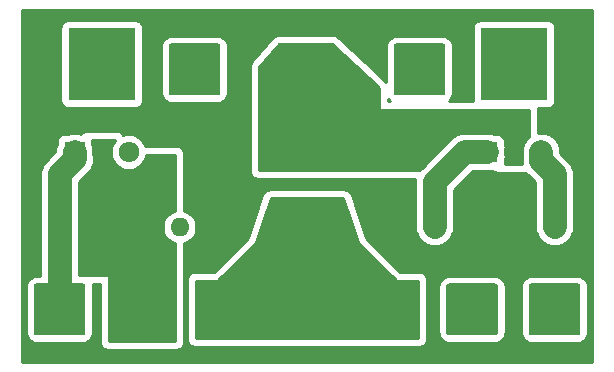
<source format=gbr>
%TF.GenerationSoftware,KiCad,Pcbnew,(5.1.6)-1*%
%TF.CreationDate,2020-08-02T10:54:23-04:00*%
%TF.ProjectId,Fogger_Power_CTRL,466f6767-6572-45f5-906f-7765725f4354,rev?*%
%TF.SameCoordinates,Original*%
%TF.FileFunction,Copper,L1,Top*%
%TF.FilePolarity,Positive*%
%FSLAX46Y46*%
G04 Gerber Fmt 4.6, Leading zero omitted, Abs format (unit mm)*
G04 Created by KiCad (PCBNEW (5.1.6)-1) date 2020-08-02 10:54:23*
%MOMM*%
%LPD*%
G01*
G04 APERTURE LIST*
%TA.AperFunction,ComponentPad*%
%ADD10R,3.200000X3.200000*%
%TD*%
%TA.AperFunction,ComponentPad*%
%ADD11O,3.200000X3.200000*%
%TD*%
%TA.AperFunction,ComponentPad*%
%ADD12O,1.717500X1.800000*%
%TD*%
%TA.AperFunction,ComponentPad*%
%ADD13R,1.717500X1.800000*%
%TD*%
%TA.AperFunction,SMDPad,CuDef*%
%ADD14R,5.700000X6.200000*%
%TD*%
%TA.AperFunction,ComponentPad*%
%ADD15O,1.600000X1.600000*%
%TD*%
%TA.AperFunction,ComponentPad*%
%ADD16C,1.600000*%
%TD*%
%TA.AperFunction,Conductor*%
%ADD17C,2.000000*%
%TD*%
%TA.AperFunction,Conductor*%
%ADD18C,0.254000*%
%TD*%
%TA.AperFunction,NonConductor*%
%ADD19C,0.254000*%
%TD*%
G04 APERTURE END LIST*
D10*
%TO.P,D1,1*%
%TO.N,+BATT*%
X126365000Y-100330000D03*
D11*
%TO.P,D1,2*%
%TO.N,Net-(D1-Pad2)*%
X126365000Y-87630000D03*
%TD*%
%TO.P,J1,1*%
%TO.N,+BATT*%
%TA.AperFunction,ComponentPad*%
G36*
G01*
X124165000Y-109900001D02*
X124165000Y-105999999D01*
G75*
G02*
X124414999Y-105750000I249999J0D01*
G01*
X128315001Y-105750000D01*
G75*
G02*
X128565000Y-105999999I0J-249999D01*
G01*
X128565000Y-109900001D01*
G75*
G02*
X128315001Y-110150000I-249999J0D01*
G01*
X124414999Y-110150000D01*
G75*
G02*
X124165000Y-109900001I0J249999D01*
G01*
G37*
%TD.AperFunction*%
%TD*%
%TO.P,J2,1*%
%TO.N,GNDREF*%
%TA.AperFunction,ComponentPad*%
G36*
G01*
X133690000Y-89580001D02*
X133690000Y-85679999D01*
G75*
G02*
X133939999Y-85430000I249999J0D01*
G01*
X137840001Y-85430000D01*
G75*
G02*
X138090000Y-85679999I0J-249999D01*
G01*
X138090000Y-89580001D01*
G75*
G02*
X137840001Y-89830000I-249999J0D01*
G01*
X133939999Y-89830000D01*
G75*
G02*
X133690000Y-89580001I0J249999D01*
G01*
G37*
%TD.AperFunction*%
%TD*%
%TO.P,J3,1*%
%TO.N,GNDREF*%
%TA.AperFunction,ComponentPad*%
G36*
G01*
X114640000Y-89580001D02*
X114640000Y-85679999D01*
G75*
G02*
X114889999Y-85430000I249999J0D01*
G01*
X118790001Y-85430000D01*
G75*
G02*
X119040000Y-85679999I0J-249999D01*
G01*
X119040000Y-89580001D01*
G75*
G02*
X118790001Y-89830000I-249999J0D01*
G01*
X114889999Y-89830000D01*
G75*
G02*
X114640000Y-89580001I0J249999D01*
G01*
G37*
%TD.AperFunction*%
%TD*%
%TO.P,J4,1*%
%TO.N,Net-(J4-Pad1)*%
%TA.AperFunction,ComponentPad*%
G36*
G01*
X103210000Y-109900001D02*
X103210000Y-105999999D01*
G75*
G02*
X103459999Y-105750000I249999J0D01*
G01*
X107360001Y-105750000D01*
G75*
G02*
X107610000Y-105999999I0J-249999D01*
G01*
X107610000Y-109900001D01*
G75*
G02*
X107360001Y-110150000I-249999J0D01*
G01*
X103459999Y-110150000D01*
G75*
G02*
X103210000Y-109900001I0J249999D01*
G01*
G37*
%TD.AperFunction*%
%TD*%
%TO.P,J5,1*%
%TO.N,+BATT*%
%TA.AperFunction,ComponentPad*%
G36*
G01*
X117180000Y-109900001D02*
X117180000Y-105999999D01*
G75*
G02*
X117429999Y-105750000I249999J0D01*
G01*
X121330001Y-105750000D01*
G75*
G02*
X121580000Y-105999999I0J-249999D01*
G01*
X121580000Y-109900001D01*
G75*
G02*
X121330001Y-110150000I-249999J0D01*
G01*
X117429999Y-110150000D01*
G75*
G02*
X117180000Y-109900001I0J249999D01*
G01*
G37*
%TD.AperFunction*%
%TD*%
%TO.P,J6,1*%
%TO.N,Net-(J6-Pad1)*%
%TA.AperFunction,ComponentPad*%
G36*
G01*
X110195000Y-109900001D02*
X110195000Y-105999999D01*
G75*
G02*
X110444999Y-105750000I249999J0D01*
G01*
X114345001Y-105750000D01*
G75*
G02*
X114595000Y-105999999I0J-249999D01*
G01*
X114595000Y-109900001D01*
G75*
G02*
X114345001Y-110150000I-249999J0D01*
G01*
X110444999Y-110150000D01*
G75*
G02*
X110195000Y-109900001I0J249999D01*
G01*
G37*
%TD.AperFunction*%
%TD*%
%TO.P,J7,1*%
%TO.N,Net-(J7-Pad1)*%
%TA.AperFunction,ComponentPad*%
G36*
G01*
X145120000Y-109900001D02*
X145120000Y-105999999D01*
G75*
G02*
X145369999Y-105750000I249999J0D01*
G01*
X149270001Y-105750000D01*
G75*
G02*
X149520000Y-105999999I0J-249999D01*
G01*
X149520000Y-109900001D01*
G75*
G02*
X149270001Y-110150000I-249999J0D01*
G01*
X145369999Y-110150000D01*
G75*
G02*
X145120000Y-109900001I0J249999D01*
G01*
G37*
%TD.AperFunction*%
%TD*%
%TO.P,J8,1*%
%TO.N,+BATT*%
%TA.AperFunction,ComponentPad*%
G36*
G01*
X131150000Y-109900001D02*
X131150000Y-105999999D01*
G75*
G02*
X131399999Y-105750000I249999J0D01*
G01*
X135300001Y-105750000D01*
G75*
G02*
X135550000Y-105999999I0J-249999D01*
G01*
X135550000Y-109900001D01*
G75*
G02*
X135300001Y-110150000I-249999J0D01*
G01*
X131399999Y-110150000D01*
G75*
G02*
X131150000Y-109900001I0J249999D01*
G01*
G37*
%TD.AperFunction*%
%TD*%
%TO.P,J9,1*%
%TO.N,Net-(D1-Pad2)*%
%TA.AperFunction,ComponentPad*%
G36*
G01*
X138135000Y-109900001D02*
X138135000Y-105999999D01*
G75*
G02*
X138384999Y-105750000I249999J0D01*
G01*
X142285001Y-105750000D01*
G75*
G02*
X142535000Y-105999999I0J-249999D01*
G01*
X142535000Y-109900001D01*
G75*
G02*
X142285001Y-110150000I-249999J0D01*
G01*
X138384999Y-110150000D01*
G75*
G02*
X138135000Y-109900001I0J249999D01*
G01*
G37*
%TD.AperFunction*%
%TD*%
D12*
%TO.P,Q1,3*%
%TO.N,GNDREF*%
X111260000Y-94615000D03*
%TO.P,Q1,2*%
%TO.N,Net-(J6-Pad1)*%
X108970000Y-94615000D03*
D13*
%TO.P,Q1,1*%
%TO.N,Net-(J4-Pad1)*%
X106680000Y-94615000D03*
D14*
%TO.P,Q1,4*%
%TO.N,N/C*%
X108970000Y-87181667D03*
%TD*%
%TO.P,Q2,4*%
%TO.N,N/C*%
X143895000Y-87181667D03*
D13*
%TO.P,Q2,1*%
%TO.N,Net-(J7-Pad1)*%
X141605000Y-94615000D03*
D12*
%TO.P,Q2,2*%
%TO.N,Net-(D1-Pad2)*%
X143895000Y-94615000D03*
%TO.P,Q2,3*%
%TO.N,GNDREF*%
X146185000Y-94615000D03*
%TD*%
D15*
%TO.P,R1,2*%
%TO.N,GNDREF*%
X115570000Y-100965000D03*
D16*
%TO.P,R1,1*%
%TO.N,Net-(J4-Pad1)*%
X105410000Y-100965000D03*
%TD*%
%TO.P,R2,1*%
%TO.N,Net-(J7-Pad1)*%
X137160000Y-100965000D03*
D15*
%TO.P,R2,2*%
%TO.N,GNDREF*%
X147320000Y-100965000D03*
%TD*%
D17*
%TO.N,GNDREF*%
X146185000Y-94615000D02*
X146185000Y-95385000D01*
X147320000Y-96520000D02*
X147320000Y-100965000D01*
X146185000Y-95385000D02*
X147320000Y-96520000D01*
%TO.N,Net-(J4-Pad1)*%
X105410000Y-100965000D02*
X105410000Y-107950000D01*
X106680000Y-94615000D02*
X106680000Y-95250000D01*
X105410000Y-96520000D02*
X105410000Y-100965000D01*
X106680000Y-95250000D02*
X105410000Y-96520000D01*
%TO.N,Net-(J7-Pad1)*%
X141605000Y-94615000D02*
X139700000Y-94615000D01*
X137160000Y-97155000D02*
X137160000Y-100965000D01*
X139700000Y-94615000D02*
X137160000Y-97155000D01*
%TD*%
D18*
%TO.N,+BATT*%
G36*
X130689517Y-102275161D02*
G01*
X130699667Y-102297894D01*
X130720197Y-102324803D01*
X133895197Y-105499803D01*
X133914443Y-105515597D01*
X133936399Y-105527333D01*
X133960224Y-105534560D01*
X133985000Y-105537000D01*
X135763000Y-105537000D01*
X135763000Y-110363000D01*
X116967000Y-110363000D01*
X116967000Y-105537000D01*
X118745000Y-105537000D01*
X118769776Y-105534560D01*
X118793601Y-105527333D01*
X118815557Y-105515597D01*
X118834803Y-105499803D01*
X122009803Y-102324803D01*
X122025597Y-102305557D01*
X122040483Y-102275161D01*
X123281537Y-98552000D01*
X129448463Y-98552000D01*
X130689517Y-102275161D01*
G37*
X130689517Y-102275161D02*
X130699667Y-102297894D01*
X130720197Y-102324803D01*
X133895197Y-105499803D01*
X133914443Y-105515597D01*
X133936399Y-105527333D01*
X133960224Y-105534560D01*
X133985000Y-105537000D01*
X135763000Y-105537000D01*
X135763000Y-110363000D01*
X116967000Y-110363000D01*
X116967000Y-105537000D01*
X118745000Y-105537000D01*
X118769776Y-105534560D01*
X118793601Y-105527333D01*
X118815557Y-105515597D01*
X118834803Y-105499803D01*
X122009803Y-102324803D01*
X122025597Y-102305557D01*
X122040483Y-102275161D01*
X123281537Y-98552000D01*
X129448463Y-98552000D01*
X130689517Y-102275161D01*
%TO.N,Net-(D1-Pad2)*%
G36*
X131737986Y-88483592D02*
G01*
X132461000Y-89206606D01*
X132461000Y-90932000D01*
X132463440Y-90956776D01*
X132470667Y-90980601D01*
X132482403Y-91002557D01*
X132498197Y-91021803D01*
X132517443Y-91037597D01*
X132539399Y-91049333D01*
X132563224Y-91056560D01*
X132588000Y-91059000D01*
X145161000Y-91059000D01*
X145161000Y-93340268D01*
X145023286Y-93453286D01*
X144818969Y-93702249D01*
X144667148Y-93986286D01*
X144573657Y-94294485D01*
X144550000Y-94534679D01*
X144550000Y-95304681D01*
X144542089Y-95385000D01*
X144550000Y-95465319D01*
X144550000Y-95465322D01*
X144566318Y-95631000D01*
X143090397Y-95631000D01*
X143101822Y-95515000D01*
X143101822Y-95283059D01*
X143122852Y-95243715D01*
X143216343Y-94935516D01*
X143247911Y-94615000D01*
X143216343Y-94294484D01*
X143122852Y-93986285D01*
X143101822Y-93946941D01*
X143101822Y-93715000D01*
X143089562Y-93590518D01*
X143053252Y-93470820D01*
X142994287Y-93360506D01*
X142914935Y-93263815D01*
X142818244Y-93184463D01*
X142707930Y-93125498D01*
X142588232Y-93089188D01*
X142463750Y-93076928D01*
X142167058Y-93076928D01*
X141925516Y-93003657D01*
X141685322Y-92980000D01*
X139780319Y-92980000D01*
X139699999Y-92972089D01*
X139619680Y-92980000D01*
X139619678Y-92980000D01*
X139379484Y-93003657D01*
X139071285Y-93097148D01*
X138787248Y-93248969D01*
X138538286Y-93453286D01*
X138487080Y-93515681D01*
X136060687Y-95942075D01*
X135998286Y-95993286D01*
X135878703Y-96139000D01*
X122301000Y-96139000D01*
X122301000Y-87423718D01*
X124009628Y-85471000D01*
X128474345Y-85471000D01*
X131737986Y-88483592D01*
G37*
X131737986Y-88483592D02*
X132461000Y-89206606D01*
X132461000Y-90932000D01*
X132463440Y-90956776D01*
X132470667Y-90980601D01*
X132482403Y-91002557D01*
X132498197Y-91021803D01*
X132517443Y-91037597D01*
X132539399Y-91049333D01*
X132563224Y-91056560D01*
X132588000Y-91059000D01*
X145161000Y-91059000D01*
X145161000Y-93340268D01*
X145023286Y-93453286D01*
X144818969Y-93702249D01*
X144667148Y-93986286D01*
X144573657Y-94294485D01*
X144550000Y-94534679D01*
X144550000Y-95304681D01*
X144542089Y-95385000D01*
X144550000Y-95465319D01*
X144550000Y-95465322D01*
X144566318Y-95631000D01*
X143090397Y-95631000D01*
X143101822Y-95515000D01*
X143101822Y-95283059D01*
X143122852Y-95243715D01*
X143216343Y-94935516D01*
X143247911Y-94615000D01*
X143216343Y-94294484D01*
X143122852Y-93986285D01*
X143101822Y-93946941D01*
X143101822Y-93715000D01*
X143089562Y-93590518D01*
X143053252Y-93470820D01*
X142994287Y-93360506D01*
X142914935Y-93263815D01*
X142818244Y-93184463D01*
X142707930Y-93125498D01*
X142588232Y-93089188D01*
X142463750Y-93076928D01*
X142167058Y-93076928D01*
X141925516Y-93003657D01*
X141685322Y-92980000D01*
X139780319Y-92980000D01*
X139699999Y-92972089D01*
X139619680Y-92980000D01*
X139619678Y-92980000D01*
X139379484Y-93003657D01*
X139071285Y-93097148D01*
X138787248Y-93248969D01*
X138538286Y-93453286D01*
X138487080Y-93515681D01*
X136060687Y-95942075D01*
X135998286Y-95993286D01*
X135878703Y-96139000D01*
X122301000Y-96139000D01*
X122301000Y-87423718D01*
X124009628Y-85471000D01*
X128474345Y-85471000D01*
X131737986Y-88483592D01*
%TO.N,Net-(J6-Pad1)*%
G36*
X110011983Y-93739853D02*
G01*
X109873278Y-93999352D01*
X109787864Y-94280925D01*
X109766250Y-94500374D01*
X109766250Y-94729627D01*
X109787864Y-94949076D01*
X109873278Y-95230649D01*
X110011983Y-95490148D01*
X110198649Y-95717601D01*
X110426103Y-95904267D01*
X110685602Y-96042972D01*
X110967175Y-96128386D01*
X111260000Y-96157227D01*
X111552826Y-96128386D01*
X111834399Y-96042972D01*
X112093898Y-95904267D01*
X112321351Y-95717601D01*
X112508017Y-95490147D01*
X112646722Y-95230648D01*
X112732136Y-94949075D01*
X112740023Y-94869000D01*
X115189000Y-94869000D01*
X115189000Y-99577673D01*
X115151426Y-99585147D01*
X114890273Y-99693320D01*
X114655241Y-99850363D01*
X114455363Y-100050241D01*
X114298320Y-100285273D01*
X114190147Y-100546426D01*
X114135000Y-100823665D01*
X114135000Y-101106335D01*
X114190147Y-101383574D01*
X114298320Y-101644727D01*
X114455363Y-101879759D01*
X114655241Y-102079637D01*
X114890273Y-102236680D01*
X115151426Y-102344853D01*
X115189000Y-102352327D01*
X115189000Y-110617000D01*
X109601000Y-110617000D01*
X109601000Y-105156000D01*
X109598560Y-105131224D01*
X109591333Y-105107399D01*
X109579597Y-105085443D01*
X109563803Y-105066197D01*
X109544557Y-105050403D01*
X109522601Y-105038667D01*
X109498776Y-105031440D01*
X109474000Y-105029000D01*
X107045000Y-105029000D01*
X107045000Y-97197238D01*
X107779318Y-96462921D01*
X107841714Y-96411714D01*
X108046031Y-96162752D01*
X108197852Y-95878715D01*
X108291343Y-95570515D01*
X108315000Y-95330321D01*
X108315000Y-95330320D01*
X108322911Y-95250001D01*
X108315000Y-95169681D01*
X108315000Y-94534678D01*
X108291343Y-94294484D01*
X108197852Y-93986285D01*
X108176822Y-93946941D01*
X108176822Y-93715000D01*
X108165397Y-93599000D01*
X110127578Y-93599000D01*
X110011983Y-93739853D01*
G37*
X110011983Y-93739853D02*
X109873278Y-93999352D01*
X109787864Y-94280925D01*
X109766250Y-94500374D01*
X109766250Y-94729627D01*
X109787864Y-94949076D01*
X109873278Y-95230649D01*
X110011983Y-95490148D01*
X110198649Y-95717601D01*
X110426103Y-95904267D01*
X110685602Y-96042972D01*
X110967175Y-96128386D01*
X111260000Y-96157227D01*
X111552826Y-96128386D01*
X111834399Y-96042972D01*
X112093898Y-95904267D01*
X112321351Y-95717601D01*
X112508017Y-95490147D01*
X112646722Y-95230648D01*
X112732136Y-94949075D01*
X112740023Y-94869000D01*
X115189000Y-94869000D01*
X115189000Y-99577673D01*
X115151426Y-99585147D01*
X114890273Y-99693320D01*
X114655241Y-99850363D01*
X114455363Y-100050241D01*
X114298320Y-100285273D01*
X114190147Y-100546426D01*
X114135000Y-100823665D01*
X114135000Y-101106335D01*
X114190147Y-101383574D01*
X114298320Y-101644727D01*
X114455363Y-101879759D01*
X114655241Y-102079637D01*
X114890273Y-102236680D01*
X115151426Y-102344853D01*
X115189000Y-102352327D01*
X115189000Y-110617000D01*
X109601000Y-110617000D01*
X109601000Y-105156000D01*
X109598560Y-105131224D01*
X109591333Y-105107399D01*
X109579597Y-105085443D01*
X109563803Y-105066197D01*
X109544557Y-105050403D01*
X109522601Y-105038667D01*
X109498776Y-105031440D01*
X109474000Y-105029000D01*
X107045000Y-105029000D01*
X107045000Y-97197238D01*
X107779318Y-96462921D01*
X107841714Y-96411714D01*
X108046031Y-96162752D01*
X108197852Y-95878715D01*
X108291343Y-95570515D01*
X108315000Y-95330321D01*
X108315000Y-95330320D01*
X108322911Y-95250001D01*
X108315000Y-95169681D01*
X108315000Y-94534678D01*
X108291343Y-94294484D01*
X108197852Y-93986285D01*
X108176822Y-93946941D01*
X108176822Y-93715000D01*
X108165397Y-93599000D01*
X110127578Y-93599000D01*
X110011983Y-93739853D01*
D19*
G36*
X150470001Y-112370000D02*
G01*
X102260000Y-112370000D01*
X102260000Y-105999999D01*
X102571928Y-105999999D01*
X102571928Y-109900001D01*
X102588992Y-110073255D01*
X102639528Y-110239851D01*
X102721595Y-110393387D01*
X102832038Y-110527962D01*
X102966613Y-110638405D01*
X103120149Y-110720472D01*
X103286745Y-110771008D01*
X103459999Y-110788072D01*
X107360001Y-110788072D01*
X107533255Y-110771008D01*
X107699851Y-110720472D01*
X107853387Y-110638405D01*
X107987962Y-110527962D01*
X108098405Y-110393387D01*
X108180472Y-110239851D01*
X108231008Y-110073255D01*
X108248072Y-109900001D01*
X108248072Y-105999999D01*
X108231008Y-105826745D01*
X108220165Y-105791000D01*
X108839000Y-105791000D01*
X108839000Y-110744000D01*
X108851201Y-110867882D01*
X108887336Y-110987004D01*
X108946017Y-111096787D01*
X109024987Y-111193013D01*
X109121213Y-111271983D01*
X109230996Y-111330664D01*
X109350118Y-111366799D01*
X109474000Y-111379000D01*
X115316000Y-111379000D01*
X115439882Y-111366799D01*
X115559004Y-111330664D01*
X115668787Y-111271983D01*
X115765013Y-111193013D01*
X115843983Y-111096787D01*
X115902664Y-110987004D01*
X115938799Y-110867882D01*
X115951000Y-110744000D01*
X115951000Y-105410000D01*
X116205000Y-105410000D01*
X116205000Y-110490000D01*
X116217201Y-110613882D01*
X116253336Y-110733004D01*
X116312017Y-110842787D01*
X116390987Y-110939013D01*
X116487213Y-111017983D01*
X116596996Y-111076664D01*
X116716118Y-111112799D01*
X116840000Y-111125000D01*
X135890000Y-111125000D01*
X136013882Y-111112799D01*
X136133004Y-111076664D01*
X136242787Y-111017983D01*
X136339013Y-110939013D01*
X136417983Y-110842787D01*
X136476664Y-110733004D01*
X136512799Y-110613882D01*
X136525000Y-110490000D01*
X136525000Y-105999999D01*
X137496928Y-105999999D01*
X137496928Y-109900001D01*
X137513992Y-110073255D01*
X137564528Y-110239851D01*
X137646595Y-110393387D01*
X137757038Y-110527962D01*
X137891613Y-110638405D01*
X138045149Y-110720472D01*
X138211745Y-110771008D01*
X138384999Y-110788072D01*
X142285001Y-110788072D01*
X142458255Y-110771008D01*
X142624851Y-110720472D01*
X142778387Y-110638405D01*
X142912962Y-110527962D01*
X143023405Y-110393387D01*
X143105472Y-110239851D01*
X143156008Y-110073255D01*
X143173072Y-109900001D01*
X143173072Y-105999999D01*
X144481928Y-105999999D01*
X144481928Y-109900001D01*
X144498992Y-110073255D01*
X144549528Y-110239851D01*
X144631595Y-110393387D01*
X144742038Y-110527962D01*
X144876613Y-110638405D01*
X145030149Y-110720472D01*
X145196745Y-110771008D01*
X145369999Y-110788072D01*
X149270001Y-110788072D01*
X149443255Y-110771008D01*
X149609851Y-110720472D01*
X149763387Y-110638405D01*
X149897962Y-110527962D01*
X150008405Y-110393387D01*
X150090472Y-110239851D01*
X150141008Y-110073255D01*
X150158072Y-109900001D01*
X150158072Y-105999999D01*
X150141008Y-105826745D01*
X150090472Y-105660149D01*
X150008405Y-105506613D01*
X149897962Y-105372038D01*
X149763387Y-105261595D01*
X149609851Y-105179528D01*
X149443255Y-105128992D01*
X149270001Y-105111928D01*
X145369999Y-105111928D01*
X145196745Y-105128992D01*
X145030149Y-105179528D01*
X144876613Y-105261595D01*
X144742038Y-105372038D01*
X144631595Y-105506613D01*
X144549528Y-105660149D01*
X144498992Y-105826745D01*
X144481928Y-105999999D01*
X143173072Y-105999999D01*
X143156008Y-105826745D01*
X143105472Y-105660149D01*
X143023405Y-105506613D01*
X142912962Y-105372038D01*
X142778387Y-105261595D01*
X142624851Y-105179528D01*
X142458255Y-105128992D01*
X142285001Y-105111928D01*
X138384999Y-105111928D01*
X138211745Y-105128992D01*
X138045149Y-105179528D01*
X137891613Y-105261595D01*
X137757038Y-105372038D01*
X137646595Y-105506613D01*
X137564528Y-105660149D01*
X137513992Y-105826745D01*
X137496928Y-105999999D01*
X136525000Y-105999999D01*
X136525000Y-105410000D01*
X136512799Y-105286118D01*
X136476664Y-105166996D01*
X136417983Y-105057213D01*
X136339013Y-104960987D01*
X136242787Y-104882017D01*
X136133004Y-104823336D01*
X136013882Y-104787201D01*
X135890000Y-104775000D01*
X134248026Y-104775000D01*
X131365011Y-101891985D01*
X130142414Y-98224195D01*
X130067983Y-98072213D01*
X129989013Y-97975987D01*
X129892787Y-97897017D01*
X129783004Y-97838336D01*
X129663882Y-97802201D01*
X129540000Y-97790000D01*
X123190000Y-97790000D01*
X123022280Y-97812550D01*
X122906019Y-97857039D01*
X122800672Y-97923354D01*
X122710287Y-98008947D01*
X122638336Y-98110529D01*
X122587586Y-98224195D01*
X121364989Y-101891985D01*
X118481974Y-104775000D01*
X116840000Y-104775000D01*
X116716118Y-104787201D01*
X116596996Y-104823336D01*
X116487213Y-104882017D01*
X116390987Y-104960987D01*
X116312017Y-105057213D01*
X116253336Y-105166996D01*
X116217201Y-105286118D01*
X116205000Y-105410000D01*
X115951000Y-105410000D01*
X115951000Y-102352327D01*
X115988574Y-102344853D01*
X116249727Y-102236680D01*
X116484759Y-102079637D01*
X116684637Y-101879759D01*
X116841680Y-101644727D01*
X116949853Y-101383574D01*
X117005000Y-101106335D01*
X117005000Y-100823665D01*
X116949853Y-100546426D01*
X116841680Y-100285273D01*
X116684637Y-100050241D01*
X116484759Y-99850363D01*
X116249727Y-99693320D01*
X115988574Y-99585147D01*
X115951000Y-99577673D01*
X115951000Y-94742000D01*
X115938799Y-94618118D01*
X115902664Y-94498996D01*
X115843983Y-94389213D01*
X115765013Y-94292987D01*
X115668787Y-94214017D01*
X115559004Y-94155336D01*
X115439882Y-94119201D01*
X115316000Y-94107000D01*
X112679377Y-94107000D01*
X112646722Y-93999351D01*
X112508017Y-93739852D01*
X112321351Y-93512399D01*
X112093897Y-93325733D01*
X111834398Y-93187028D01*
X111552825Y-93101614D01*
X111260000Y-93072773D01*
X110967174Y-93101614D01*
X110794735Y-93153923D01*
X110731852Y-93075319D01*
X110685013Y-93022987D01*
X110588787Y-92944017D01*
X110479004Y-92885336D01*
X110359882Y-92849201D01*
X110236000Y-92837000D01*
X107696000Y-92837000D01*
X107596939Y-92844774D01*
X107476477Y-92876152D01*
X107364451Y-92930428D01*
X107265166Y-93005516D01*
X107210237Y-93067275D01*
X107000515Y-93003657D01*
X106680000Y-92972089D01*
X106359484Y-93003657D01*
X106117942Y-93076928D01*
X105821250Y-93076928D01*
X105696768Y-93089188D01*
X105577070Y-93125498D01*
X105466756Y-93184463D01*
X105370065Y-93263815D01*
X105290713Y-93360506D01*
X105231748Y-93470820D01*
X105195438Y-93590518D01*
X105183178Y-93715000D01*
X105183178Y-93946942D01*
X105162148Y-93986286D01*
X105068657Y-94294485D01*
X105045000Y-94534679D01*
X105045000Y-94572761D01*
X104310686Y-95307076D01*
X104248286Y-95358286D01*
X104043969Y-95607249D01*
X103892148Y-95891286D01*
X103798657Y-96199485D01*
X103775000Y-96439678D01*
X103767089Y-96520000D01*
X103775000Y-96600320D01*
X103775001Y-100884669D01*
X103775000Y-100884679D01*
X103775001Y-105111928D01*
X103459999Y-105111928D01*
X103286745Y-105128992D01*
X103120149Y-105179528D01*
X102966613Y-105261595D01*
X102832038Y-105372038D01*
X102721595Y-105506613D01*
X102639528Y-105660149D01*
X102588992Y-105826745D01*
X102571928Y-105999999D01*
X102260000Y-105999999D01*
X102260000Y-84081667D01*
X105481928Y-84081667D01*
X105481928Y-90281667D01*
X105494188Y-90406149D01*
X105530498Y-90525847D01*
X105589463Y-90636161D01*
X105668815Y-90732852D01*
X105765506Y-90812204D01*
X105875820Y-90871169D01*
X105995518Y-90907479D01*
X106120000Y-90919739D01*
X111820000Y-90919739D01*
X111944482Y-90907479D01*
X112064180Y-90871169D01*
X112174494Y-90812204D01*
X112271185Y-90732852D01*
X112350537Y-90636161D01*
X112409502Y-90525847D01*
X112445812Y-90406149D01*
X112458072Y-90281667D01*
X112458072Y-85679999D01*
X114001928Y-85679999D01*
X114001928Y-89580001D01*
X114018992Y-89753255D01*
X114069528Y-89919851D01*
X114151595Y-90073387D01*
X114262038Y-90207962D01*
X114396613Y-90318405D01*
X114550149Y-90400472D01*
X114716745Y-90451008D01*
X114889999Y-90468072D01*
X118790001Y-90468072D01*
X118963255Y-90451008D01*
X119129851Y-90400472D01*
X119283387Y-90318405D01*
X119417962Y-90207962D01*
X119528405Y-90073387D01*
X119610472Y-89919851D01*
X119661008Y-89753255D01*
X119678072Y-89580001D01*
X119678072Y-87376000D01*
X121539000Y-87376000D01*
X121539000Y-96266000D01*
X121551201Y-96389882D01*
X121587336Y-96509004D01*
X121646017Y-96618787D01*
X121724987Y-96715013D01*
X121821213Y-96793983D01*
X121930996Y-96852664D01*
X122050118Y-96888799D01*
X122174000Y-96901000D01*
X135542106Y-96901000D01*
X135525000Y-97074678D01*
X135517089Y-97155000D01*
X135525000Y-97235320D01*
X135525001Y-101045322D01*
X135548658Y-101285516D01*
X135642149Y-101593715D01*
X135793970Y-101877752D01*
X135998287Y-102126714D01*
X136247249Y-102331031D01*
X136531286Y-102482852D01*
X136839485Y-102576343D01*
X137160000Y-102607911D01*
X137480516Y-102576343D01*
X137788715Y-102482852D01*
X138072752Y-102331031D01*
X138321714Y-102126714D01*
X138526031Y-101877752D01*
X138677852Y-101593715D01*
X138771343Y-101285516D01*
X138795000Y-101045322D01*
X138795000Y-97832238D01*
X140377239Y-96250000D01*
X141685322Y-96250000D01*
X141925516Y-96226343D01*
X142033875Y-96193473D01*
X142044987Y-96207013D01*
X142141213Y-96285983D01*
X142250996Y-96344664D01*
X142370118Y-96380799D01*
X142494000Y-96393000D01*
X144897137Y-96393000D01*
X145023287Y-96546714D01*
X145085682Y-96597920D01*
X145685000Y-97197239D01*
X145685001Y-101045322D01*
X145708658Y-101285516D01*
X145802149Y-101593715D01*
X145953970Y-101877752D01*
X146158287Y-102126714D01*
X146407249Y-102331031D01*
X146691286Y-102482852D01*
X146999485Y-102576343D01*
X147320000Y-102607911D01*
X147640516Y-102576343D01*
X147948715Y-102482852D01*
X148232752Y-102331031D01*
X148481714Y-102126714D01*
X148686031Y-101877752D01*
X148837852Y-101593715D01*
X148931343Y-101285516D01*
X148955000Y-101045322D01*
X148955000Y-96600319D01*
X148962911Y-96519999D01*
X148952246Y-96411714D01*
X148931343Y-96199484D01*
X148837852Y-95891285D01*
X148686031Y-95607248D01*
X148481714Y-95358286D01*
X148419319Y-95307080D01*
X147820000Y-94707762D01*
X147820000Y-94534678D01*
X147796343Y-94294484D01*
X147702852Y-93986285D01*
X147551031Y-93702248D01*
X147346714Y-93453286D01*
X147097751Y-93248969D01*
X146813714Y-93097148D01*
X146505515Y-93003657D01*
X146185000Y-92972089D01*
X145923000Y-92997894D01*
X145923000Y-90932000D01*
X145921792Y-90919739D01*
X146745000Y-90919739D01*
X146869482Y-90907479D01*
X146989180Y-90871169D01*
X147099494Y-90812204D01*
X147196185Y-90732852D01*
X147275537Y-90636161D01*
X147334502Y-90525847D01*
X147370812Y-90406149D01*
X147383072Y-90281667D01*
X147383072Y-84081667D01*
X147370812Y-83957185D01*
X147334502Y-83837487D01*
X147275537Y-83727173D01*
X147196185Y-83630482D01*
X147099494Y-83551130D01*
X146989180Y-83492165D01*
X146869482Y-83455855D01*
X146745000Y-83443595D01*
X141045000Y-83443595D01*
X140920518Y-83455855D01*
X140800820Y-83492165D01*
X140690506Y-83551130D01*
X140593815Y-83630482D01*
X140514463Y-83727173D01*
X140455498Y-83837487D01*
X140419188Y-83957185D01*
X140406928Y-84081667D01*
X140406928Y-90281667D01*
X140408438Y-90297000D01*
X138359469Y-90297000D01*
X138467962Y-90207962D01*
X138578405Y-90073387D01*
X138660472Y-89919851D01*
X138711008Y-89753255D01*
X138728072Y-89580001D01*
X138728072Y-85679999D01*
X138711008Y-85506745D01*
X138660472Y-85340149D01*
X138578405Y-85186613D01*
X138467962Y-85052038D01*
X138333387Y-84941595D01*
X138179851Y-84859528D01*
X138013255Y-84808992D01*
X137840001Y-84791928D01*
X133939999Y-84791928D01*
X133766745Y-84808992D01*
X133600149Y-84859528D01*
X133446613Y-84941595D01*
X133312038Y-85052038D01*
X133201595Y-85186613D01*
X133119528Y-85340149D01*
X133068992Y-85506745D01*
X133051928Y-85679999D01*
X133051928Y-88723161D01*
X133037013Y-88704987D01*
X132275013Y-87942987D01*
X132256708Y-87925400D01*
X128954708Y-84877400D01*
X128876787Y-84816017D01*
X128767004Y-84757336D01*
X128647882Y-84721201D01*
X128524000Y-84709000D01*
X123952000Y-84709000D01*
X123786964Y-84730821D01*
X123670510Y-84774800D01*
X123564873Y-84840653D01*
X123474114Y-84925850D01*
X121696114Y-86957850D01*
X121646017Y-87023213D01*
X121587336Y-87132996D01*
X121551201Y-87252118D01*
X121539000Y-87376000D01*
X119678072Y-87376000D01*
X119678072Y-85679999D01*
X119661008Y-85506745D01*
X119610472Y-85340149D01*
X119528405Y-85186613D01*
X119417962Y-85052038D01*
X119283387Y-84941595D01*
X119129851Y-84859528D01*
X118963255Y-84808992D01*
X118790001Y-84791928D01*
X114889999Y-84791928D01*
X114716745Y-84808992D01*
X114550149Y-84859528D01*
X114396613Y-84941595D01*
X114262038Y-85052038D01*
X114151595Y-85186613D01*
X114069528Y-85340149D01*
X114018992Y-85506745D01*
X114001928Y-85679999D01*
X112458072Y-85679999D01*
X112458072Y-84081667D01*
X112445812Y-83957185D01*
X112409502Y-83837487D01*
X112350537Y-83727173D01*
X112271185Y-83630482D01*
X112174494Y-83551130D01*
X112064180Y-83492165D01*
X111944482Y-83455855D01*
X111820000Y-83443595D01*
X106120000Y-83443595D01*
X105995518Y-83455855D01*
X105875820Y-83492165D01*
X105765506Y-83551130D01*
X105668815Y-83630482D01*
X105589463Y-83727173D01*
X105530498Y-83837487D01*
X105494188Y-83957185D01*
X105481928Y-84081667D01*
X102260000Y-84081667D01*
X102260000Y-82575000D01*
X150470000Y-82575000D01*
X150470001Y-112370000D01*
G37*
X150470001Y-112370000D02*
X102260000Y-112370000D01*
X102260000Y-105999999D01*
X102571928Y-105999999D01*
X102571928Y-109900001D01*
X102588992Y-110073255D01*
X102639528Y-110239851D01*
X102721595Y-110393387D01*
X102832038Y-110527962D01*
X102966613Y-110638405D01*
X103120149Y-110720472D01*
X103286745Y-110771008D01*
X103459999Y-110788072D01*
X107360001Y-110788072D01*
X107533255Y-110771008D01*
X107699851Y-110720472D01*
X107853387Y-110638405D01*
X107987962Y-110527962D01*
X108098405Y-110393387D01*
X108180472Y-110239851D01*
X108231008Y-110073255D01*
X108248072Y-109900001D01*
X108248072Y-105999999D01*
X108231008Y-105826745D01*
X108220165Y-105791000D01*
X108839000Y-105791000D01*
X108839000Y-110744000D01*
X108851201Y-110867882D01*
X108887336Y-110987004D01*
X108946017Y-111096787D01*
X109024987Y-111193013D01*
X109121213Y-111271983D01*
X109230996Y-111330664D01*
X109350118Y-111366799D01*
X109474000Y-111379000D01*
X115316000Y-111379000D01*
X115439882Y-111366799D01*
X115559004Y-111330664D01*
X115668787Y-111271983D01*
X115765013Y-111193013D01*
X115843983Y-111096787D01*
X115902664Y-110987004D01*
X115938799Y-110867882D01*
X115951000Y-110744000D01*
X115951000Y-105410000D01*
X116205000Y-105410000D01*
X116205000Y-110490000D01*
X116217201Y-110613882D01*
X116253336Y-110733004D01*
X116312017Y-110842787D01*
X116390987Y-110939013D01*
X116487213Y-111017983D01*
X116596996Y-111076664D01*
X116716118Y-111112799D01*
X116840000Y-111125000D01*
X135890000Y-111125000D01*
X136013882Y-111112799D01*
X136133004Y-111076664D01*
X136242787Y-111017983D01*
X136339013Y-110939013D01*
X136417983Y-110842787D01*
X136476664Y-110733004D01*
X136512799Y-110613882D01*
X136525000Y-110490000D01*
X136525000Y-105999999D01*
X137496928Y-105999999D01*
X137496928Y-109900001D01*
X137513992Y-110073255D01*
X137564528Y-110239851D01*
X137646595Y-110393387D01*
X137757038Y-110527962D01*
X137891613Y-110638405D01*
X138045149Y-110720472D01*
X138211745Y-110771008D01*
X138384999Y-110788072D01*
X142285001Y-110788072D01*
X142458255Y-110771008D01*
X142624851Y-110720472D01*
X142778387Y-110638405D01*
X142912962Y-110527962D01*
X143023405Y-110393387D01*
X143105472Y-110239851D01*
X143156008Y-110073255D01*
X143173072Y-109900001D01*
X143173072Y-105999999D01*
X144481928Y-105999999D01*
X144481928Y-109900001D01*
X144498992Y-110073255D01*
X144549528Y-110239851D01*
X144631595Y-110393387D01*
X144742038Y-110527962D01*
X144876613Y-110638405D01*
X145030149Y-110720472D01*
X145196745Y-110771008D01*
X145369999Y-110788072D01*
X149270001Y-110788072D01*
X149443255Y-110771008D01*
X149609851Y-110720472D01*
X149763387Y-110638405D01*
X149897962Y-110527962D01*
X150008405Y-110393387D01*
X150090472Y-110239851D01*
X150141008Y-110073255D01*
X150158072Y-109900001D01*
X150158072Y-105999999D01*
X150141008Y-105826745D01*
X150090472Y-105660149D01*
X150008405Y-105506613D01*
X149897962Y-105372038D01*
X149763387Y-105261595D01*
X149609851Y-105179528D01*
X149443255Y-105128992D01*
X149270001Y-105111928D01*
X145369999Y-105111928D01*
X145196745Y-105128992D01*
X145030149Y-105179528D01*
X144876613Y-105261595D01*
X144742038Y-105372038D01*
X144631595Y-105506613D01*
X144549528Y-105660149D01*
X144498992Y-105826745D01*
X144481928Y-105999999D01*
X143173072Y-105999999D01*
X143156008Y-105826745D01*
X143105472Y-105660149D01*
X143023405Y-105506613D01*
X142912962Y-105372038D01*
X142778387Y-105261595D01*
X142624851Y-105179528D01*
X142458255Y-105128992D01*
X142285001Y-105111928D01*
X138384999Y-105111928D01*
X138211745Y-105128992D01*
X138045149Y-105179528D01*
X137891613Y-105261595D01*
X137757038Y-105372038D01*
X137646595Y-105506613D01*
X137564528Y-105660149D01*
X137513992Y-105826745D01*
X137496928Y-105999999D01*
X136525000Y-105999999D01*
X136525000Y-105410000D01*
X136512799Y-105286118D01*
X136476664Y-105166996D01*
X136417983Y-105057213D01*
X136339013Y-104960987D01*
X136242787Y-104882017D01*
X136133004Y-104823336D01*
X136013882Y-104787201D01*
X135890000Y-104775000D01*
X134248026Y-104775000D01*
X131365011Y-101891985D01*
X130142414Y-98224195D01*
X130067983Y-98072213D01*
X129989013Y-97975987D01*
X129892787Y-97897017D01*
X129783004Y-97838336D01*
X129663882Y-97802201D01*
X129540000Y-97790000D01*
X123190000Y-97790000D01*
X123022280Y-97812550D01*
X122906019Y-97857039D01*
X122800672Y-97923354D01*
X122710287Y-98008947D01*
X122638336Y-98110529D01*
X122587586Y-98224195D01*
X121364989Y-101891985D01*
X118481974Y-104775000D01*
X116840000Y-104775000D01*
X116716118Y-104787201D01*
X116596996Y-104823336D01*
X116487213Y-104882017D01*
X116390987Y-104960987D01*
X116312017Y-105057213D01*
X116253336Y-105166996D01*
X116217201Y-105286118D01*
X116205000Y-105410000D01*
X115951000Y-105410000D01*
X115951000Y-102352327D01*
X115988574Y-102344853D01*
X116249727Y-102236680D01*
X116484759Y-102079637D01*
X116684637Y-101879759D01*
X116841680Y-101644727D01*
X116949853Y-101383574D01*
X117005000Y-101106335D01*
X117005000Y-100823665D01*
X116949853Y-100546426D01*
X116841680Y-100285273D01*
X116684637Y-100050241D01*
X116484759Y-99850363D01*
X116249727Y-99693320D01*
X115988574Y-99585147D01*
X115951000Y-99577673D01*
X115951000Y-94742000D01*
X115938799Y-94618118D01*
X115902664Y-94498996D01*
X115843983Y-94389213D01*
X115765013Y-94292987D01*
X115668787Y-94214017D01*
X115559004Y-94155336D01*
X115439882Y-94119201D01*
X115316000Y-94107000D01*
X112679377Y-94107000D01*
X112646722Y-93999351D01*
X112508017Y-93739852D01*
X112321351Y-93512399D01*
X112093897Y-93325733D01*
X111834398Y-93187028D01*
X111552825Y-93101614D01*
X111260000Y-93072773D01*
X110967174Y-93101614D01*
X110794735Y-93153923D01*
X110731852Y-93075319D01*
X110685013Y-93022987D01*
X110588787Y-92944017D01*
X110479004Y-92885336D01*
X110359882Y-92849201D01*
X110236000Y-92837000D01*
X107696000Y-92837000D01*
X107596939Y-92844774D01*
X107476477Y-92876152D01*
X107364451Y-92930428D01*
X107265166Y-93005516D01*
X107210237Y-93067275D01*
X107000515Y-93003657D01*
X106680000Y-92972089D01*
X106359484Y-93003657D01*
X106117942Y-93076928D01*
X105821250Y-93076928D01*
X105696768Y-93089188D01*
X105577070Y-93125498D01*
X105466756Y-93184463D01*
X105370065Y-93263815D01*
X105290713Y-93360506D01*
X105231748Y-93470820D01*
X105195438Y-93590518D01*
X105183178Y-93715000D01*
X105183178Y-93946942D01*
X105162148Y-93986286D01*
X105068657Y-94294485D01*
X105045000Y-94534679D01*
X105045000Y-94572761D01*
X104310686Y-95307076D01*
X104248286Y-95358286D01*
X104043969Y-95607249D01*
X103892148Y-95891286D01*
X103798657Y-96199485D01*
X103775000Y-96439678D01*
X103767089Y-96520000D01*
X103775000Y-96600320D01*
X103775001Y-100884669D01*
X103775000Y-100884679D01*
X103775001Y-105111928D01*
X103459999Y-105111928D01*
X103286745Y-105128992D01*
X103120149Y-105179528D01*
X102966613Y-105261595D01*
X102832038Y-105372038D01*
X102721595Y-105506613D01*
X102639528Y-105660149D01*
X102588992Y-105826745D01*
X102571928Y-105999999D01*
X102260000Y-105999999D01*
X102260000Y-84081667D01*
X105481928Y-84081667D01*
X105481928Y-90281667D01*
X105494188Y-90406149D01*
X105530498Y-90525847D01*
X105589463Y-90636161D01*
X105668815Y-90732852D01*
X105765506Y-90812204D01*
X105875820Y-90871169D01*
X105995518Y-90907479D01*
X106120000Y-90919739D01*
X111820000Y-90919739D01*
X111944482Y-90907479D01*
X112064180Y-90871169D01*
X112174494Y-90812204D01*
X112271185Y-90732852D01*
X112350537Y-90636161D01*
X112409502Y-90525847D01*
X112445812Y-90406149D01*
X112458072Y-90281667D01*
X112458072Y-85679999D01*
X114001928Y-85679999D01*
X114001928Y-89580001D01*
X114018992Y-89753255D01*
X114069528Y-89919851D01*
X114151595Y-90073387D01*
X114262038Y-90207962D01*
X114396613Y-90318405D01*
X114550149Y-90400472D01*
X114716745Y-90451008D01*
X114889999Y-90468072D01*
X118790001Y-90468072D01*
X118963255Y-90451008D01*
X119129851Y-90400472D01*
X119283387Y-90318405D01*
X119417962Y-90207962D01*
X119528405Y-90073387D01*
X119610472Y-89919851D01*
X119661008Y-89753255D01*
X119678072Y-89580001D01*
X119678072Y-87376000D01*
X121539000Y-87376000D01*
X121539000Y-96266000D01*
X121551201Y-96389882D01*
X121587336Y-96509004D01*
X121646017Y-96618787D01*
X121724987Y-96715013D01*
X121821213Y-96793983D01*
X121930996Y-96852664D01*
X122050118Y-96888799D01*
X122174000Y-96901000D01*
X135542106Y-96901000D01*
X135525000Y-97074678D01*
X135517089Y-97155000D01*
X135525000Y-97235320D01*
X135525001Y-101045322D01*
X135548658Y-101285516D01*
X135642149Y-101593715D01*
X135793970Y-101877752D01*
X135998287Y-102126714D01*
X136247249Y-102331031D01*
X136531286Y-102482852D01*
X136839485Y-102576343D01*
X137160000Y-102607911D01*
X137480516Y-102576343D01*
X137788715Y-102482852D01*
X138072752Y-102331031D01*
X138321714Y-102126714D01*
X138526031Y-101877752D01*
X138677852Y-101593715D01*
X138771343Y-101285516D01*
X138795000Y-101045322D01*
X138795000Y-97832238D01*
X140377239Y-96250000D01*
X141685322Y-96250000D01*
X141925516Y-96226343D01*
X142033875Y-96193473D01*
X142044987Y-96207013D01*
X142141213Y-96285983D01*
X142250996Y-96344664D01*
X142370118Y-96380799D01*
X142494000Y-96393000D01*
X144897137Y-96393000D01*
X145023287Y-96546714D01*
X145085682Y-96597920D01*
X145685000Y-97197239D01*
X145685001Y-101045322D01*
X145708658Y-101285516D01*
X145802149Y-101593715D01*
X145953970Y-101877752D01*
X146158287Y-102126714D01*
X146407249Y-102331031D01*
X146691286Y-102482852D01*
X146999485Y-102576343D01*
X147320000Y-102607911D01*
X147640516Y-102576343D01*
X147948715Y-102482852D01*
X148232752Y-102331031D01*
X148481714Y-102126714D01*
X148686031Y-101877752D01*
X148837852Y-101593715D01*
X148931343Y-101285516D01*
X148955000Y-101045322D01*
X148955000Y-96600319D01*
X148962911Y-96519999D01*
X148952246Y-96411714D01*
X148931343Y-96199484D01*
X148837852Y-95891285D01*
X148686031Y-95607248D01*
X148481714Y-95358286D01*
X148419319Y-95307080D01*
X147820000Y-94707762D01*
X147820000Y-94534678D01*
X147796343Y-94294484D01*
X147702852Y-93986285D01*
X147551031Y-93702248D01*
X147346714Y-93453286D01*
X147097751Y-93248969D01*
X146813714Y-93097148D01*
X146505515Y-93003657D01*
X146185000Y-92972089D01*
X145923000Y-92997894D01*
X145923000Y-90932000D01*
X145921792Y-90919739D01*
X146745000Y-90919739D01*
X146869482Y-90907479D01*
X146989180Y-90871169D01*
X147099494Y-90812204D01*
X147196185Y-90732852D01*
X147275537Y-90636161D01*
X147334502Y-90525847D01*
X147370812Y-90406149D01*
X147383072Y-90281667D01*
X147383072Y-84081667D01*
X147370812Y-83957185D01*
X147334502Y-83837487D01*
X147275537Y-83727173D01*
X147196185Y-83630482D01*
X147099494Y-83551130D01*
X146989180Y-83492165D01*
X146869482Y-83455855D01*
X146745000Y-83443595D01*
X141045000Y-83443595D01*
X140920518Y-83455855D01*
X140800820Y-83492165D01*
X140690506Y-83551130D01*
X140593815Y-83630482D01*
X140514463Y-83727173D01*
X140455498Y-83837487D01*
X140419188Y-83957185D01*
X140406928Y-84081667D01*
X140406928Y-90281667D01*
X140408438Y-90297000D01*
X138359469Y-90297000D01*
X138467962Y-90207962D01*
X138578405Y-90073387D01*
X138660472Y-89919851D01*
X138711008Y-89753255D01*
X138728072Y-89580001D01*
X138728072Y-85679999D01*
X138711008Y-85506745D01*
X138660472Y-85340149D01*
X138578405Y-85186613D01*
X138467962Y-85052038D01*
X138333387Y-84941595D01*
X138179851Y-84859528D01*
X138013255Y-84808992D01*
X137840001Y-84791928D01*
X133939999Y-84791928D01*
X133766745Y-84808992D01*
X133600149Y-84859528D01*
X133446613Y-84941595D01*
X133312038Y-85052038D01*
X133201595Y-85186613D01*
X133119528Y-85340149D01*
X133068992Y-85506745D01*
X133051928Y-85679999D01*
X133051928Y-88723161D01*
X133037013Y-88704987D01*
X132275013Y-87942987D01*
X132256708Y-87925400D01*
X128954708Y-84877400D01*
X128876787Y-84816017D01*
X128767004Y-84757336D01*
X128647882Y-84721201D01*
X128524000Y-84709000D01*
X123952000Y-84709000D01*
X123786964Y-84730821D01*
X123670510Y-84774800D01*
X123564873Y-84840653D01*
X123474114Y-84925850D01*
X121696114Y-86957850D01*
X121646017Y-87023213D01*
X121587336Y-87132996D01*
X121551201Y-87252118D01*
X121539000Y-87376000D01*
X119678072Y-87376000D01*
X119678072Y-85679999D01*
X119661008Y-85506745D01*
X119610472Y-85340149D01*
X119528405Y-85186613D01*
X119417962Y-85052038D01*
X119283387Y-84941595D01*
X119129851Y-84859528D01*
X118963255Y-84808992D01*
X118790001Y-84791928D01*
X114889999Y-84791928D01*
X114716745Y-84808992D01*
X114550149Y-84859528D01*
X114396613Y-84941595D01*
X114262038Y-85052038D01*
X114151595Y-85186613D01*
X114069528Y-85340149D01*
X114018992Y-85506745D01*
X114001928Y-85679999D01*
X112458072Y-85679999D01*
X112458072Y-84081667D01*
X112445812Y-83957185D01*
X112409502Y-83837487D01*
X112350537Y-83727173D01*
X112271185Y-83630482D01*
X112174494Y-83551130D01*
X112064180Y-83492165D01*
X111944482Y-83455855D01*
X111820000Y-83443595D01*
X106120000Y-83443595D01*
X105995518Y-83455855D01*
X105875820Y-83492165D01*
X105765506Y-83551130D01*
X105668815Y-83630482D01*
X105589463Y-83727173D01*
X105530498Y-83837487D01*
X105494188Y-83957185D01*
X105481928Y-84081667D01*
X102260000Y-84081667D01*
X102260000Y-82575000D01*
X150470000Y-82575000D01*
X150470001Y-112370000D01*
G36*
X133312038Y-90207962D02*
G01*
X133420531Y-90297000D01*
X133223000Y-90297000D01*
X133223000Y-90099469D01*
X133312038Y-90207962D01*
G37*
X133312038Y-90207962D02*
X133420531Y-90297000D01*
X133223000Y-90297000D01*
X133223000Y-90099469D01*
X133312038Y-90207962D01*
%TD*%
M02*

</source>
